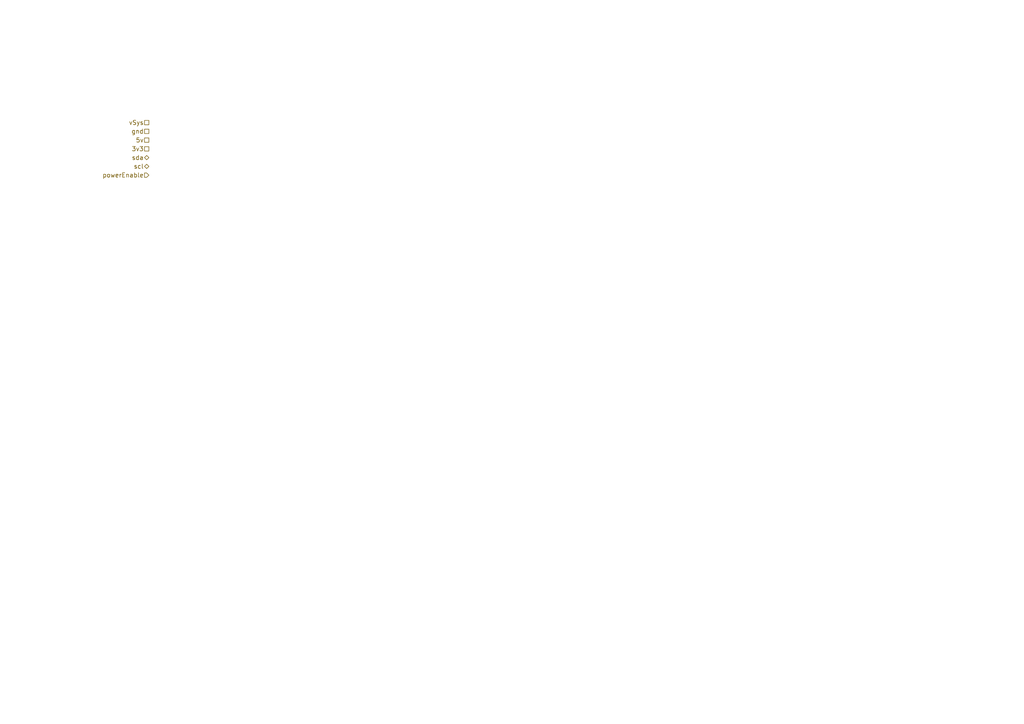
<source format=kicad_sch>
(kicad_sch (version 20230121) (generator eeschema)
  (paper "A4")
  (lib_symbols)
  (hierarchical_label "powerEnable" (shape input) (at 43.18 50.8 180))
  (hierarchical_label "3v3" (shape passive) (at 43.18 43.18 180))
  (hierarchical_label "sda" (shape bidirectional) (at 43.18 45.72 180))
  (hierarchical_label "5v" (shape passive) (at 43.18 40.64 180))
  (hierarchical_label "scl" (shape bidirectional) (at 43.18 48.26 180))
  (hierarchical_label "gnd" (shape passive) (at 43.18 38.1 180))
  (hierarchical_label "vSys" (shape passive) (at 43.18 35.56 180))
)
</source>
